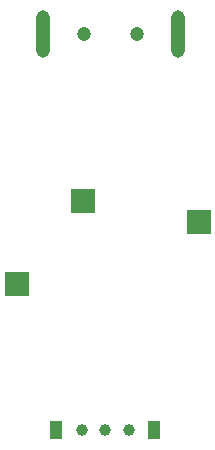
<source format=gbr>
%TF.GenerationSoftware,KiCad,Pcbnew,(6.0.2-0)*%
%TF.CreationDate,2022-03-31T23:17:21+02:00*%
%TF.ProjectId,BadPico,42616450-6963-46f2-9e6b-696361645f70,rev?*%
%TF.SameCoordinates,Original*%
%TF.FileFunction,Soldermask,Bot*%
%TF.FilePolarity,Negative*%
%FSLAX46Y46*%
G04 Gerber Fmt 4.6, Leading zero omitted, Abs format (unit mm)*
G04 Created by KiCad (PCBNEW (6.0.2-0)) date 2022-03-31 23:17:21*
%MOMM*%
%LPD*%
G01*
G04 APERTURE LIST*
%ADD10R,1.000000X1.500000*%
%ADD11C,1.000000*%
%ADD12C,1.200000*%
%ADD13O,1.200000X4.012500*%
%ADD14R,2.000000X2.000000*%
G04 APERTURE END LIST*
D10*
%TO.C,SW1*%
X116975000Y-66135000D03*
X108675000Y-66135000D03*
D11*
X110825000Y-66135000D03*
X112825000Y-66135000D03*
X114825000Y-66135000D03*
%TD*%
D12*
%TO.C,J1*%
X115550000Y-32575000D03*
X111050000Y-32575000D03*
D13*
X107600000Y-32575000D03*
X119000000Y-32575000D03*
%TD*%
D14*
%TO.C,TP4*%
X120745000Y-48525000D03*
%TD*%
%TO.C,TP3*%
X110920000Y-46735000D03*
%TD*%
%TO.C,TP5*%
X105355000Y-53765000D03*
%TD*%
M02*

</source>
